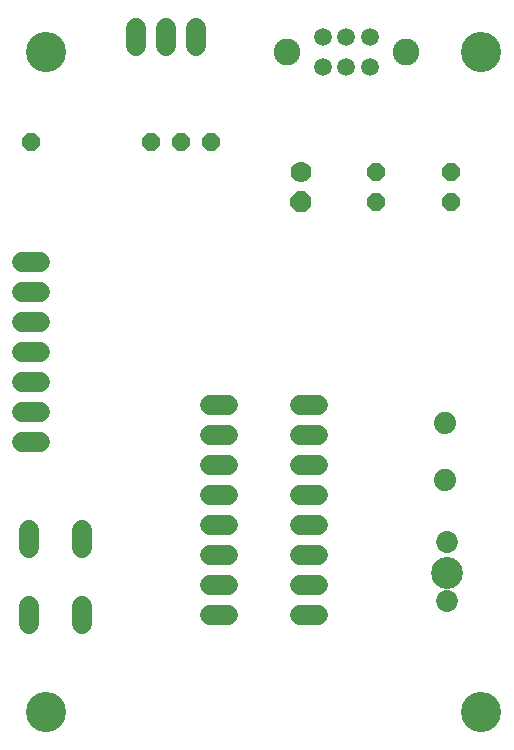
<source format=gbr>
G04 EAGLE Gerber RS-274X export*
G75*
%MOMM*%
%FSLAX34Y34*%
%LPD*%
%INSoldermask Bottom*%
%IPPOS*%
%AMOC8*
5,1,8,0,0,1.08239X$1,22.5*%
G01*
%ADD10P,1.924489X8X292.500000*%
%ADD11C,1.778000*%
%ADD12P,1.649562X8X292.500000*%
%ADD13C,1.853200*%
%ADD14C,2.703200*%
%ADD15C,1.727200*%
%ADD16C,1.879600*%
%ADD17C,1.711200*%
%ADD18C,3.403200*%
%ADD19P,1.649562X8X202.500000*%
%ADD20P,1.649562X8X22.500000*%
%ADD21C,1.511200*%
%ADD22C,1.498600*%
%ADD23C,2.260600*%
D10*
X254000Y469900D03*
D11*
X254000Y495300D03*
D12*
X317500Y495300D03*
X317500Y469900D03*
X381000Y495300D03*
X381000Y469900D03*
D13*
X377190Y182480D03*
X377190Y132480D03*
D14*
X377190Y155480D03*
D15*
X33020Y419100D02*
X17780Y419100D01*
X17780Y393700D02*
X33020Y393700D01*
X33020Y368300D02*
X17780Y368300D01*
X17780Y342900D02*
X33020Y342900D01*
X33020Y317500D02*
X17780Y317500D01*
X17780Y292100D02*
X33020Y292100D01*
X33020Y266700D02*
X17780Y266700D01*
D16*
X375920Y234950D03*
X375920Y283210D03*
D15*
X68326Y192532D02*
X68326Y177292D01*
X23114Y177292D02*
X23114Y192532D01*
X68326Y127508D02*
X68326Y112268D01*
X23114Y112268D02*
X23114Y127508D01*
D17*
X176610Y298450D02*
X191690Y298450D01*
X191690Y273050D02*
X176610Y273050D01*
X176610Y146050D02*
X191690Y146050D01*
X191690Y120650D02*
X176610Y120650D01*
X176610Y247650D02*
X191690Y247650D01*
X191690Y222250D02*
X176610Y222250D01*
X176610Y171450D02*
X191690Y171450D01*
X191690Y196850D02*
X176610Y196850D01*
X252810Y120650D02*
X267890Y120650D01*
X267890Y146050D02*
X252810Y146050D01*
X252810Y171450D02*
X267890Y171450D01*
X267890Y196850D02*
X252810Y196850D01*
X252810Y222250D02*
X267890Y222250D01*
X267890Y247650D02*
X252810Y247650D01*
X252810Y273050D02*
X267890Y273050D01*
X267890Y298450D02*
X252810Y298450D01*
D15*
X165100Y601980D02*
X165100Y617220D01*
X139700Y617220D02*
X139700Y601980D01*
X114300Y601980D02*
X114300Y617220D01*
D18*
X38100Y596900D03*
X406400Y38100D03*
X406400Y596900D03*
X38100Y38100D03*
D19*
X177800Y520700D03*
X152400Y520700D03*
D20*
X25400Y520700D03*
X127000Y520700D03*
D21*
X272034Y609600D03*
D22*
X292100Y609600D03*
D21*
X312166Y609600D03*
X272034Y584200D03*
X292100Y584200D03*
X312166Y584200D03*
D23*
X242062Y596900D03*
X342138Y596900D03*
M02*

</source>
